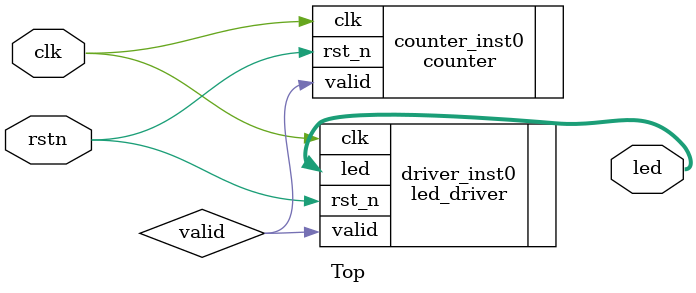
<source format=v>
`include "counter.v"
`include "led_driver.v"

module Top (
    input           clk,
    input           rstn,
    output [1:0]    led
);
    wire valid;

    counter counter_inst0 (.clk(clk), .rst_n(rstn), .valid(valid));

    led_driver driver_inst0 (.clk(clk), .rst_n(rstn), .valid(valid), .led(led));

    
    
endmodule


</source>
